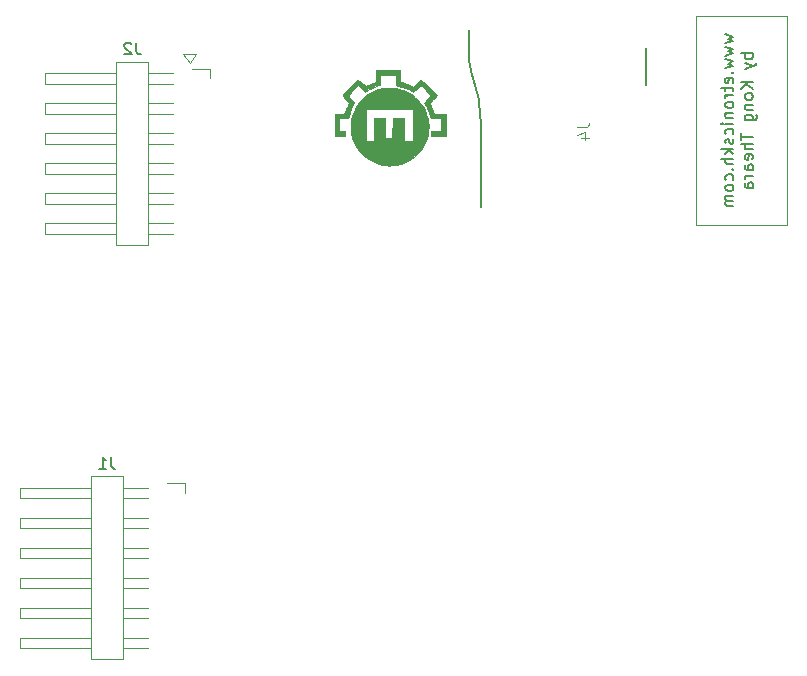
<source format=gbr>
G04 #@! TF.GenerationSoftware,KiCad,Pcbnew,(5.1.6)-1*
G04 #@! TF.CreationDate,2021-01-22T22:35:21+07:00*
G04 #@! TF.ProjectId,penelize-esp-led-strip,70656e65-6c69-47a6-952d-6573702d6c65,rev?*
G04 #@! TF.SameCoordinates,Original*
G04 #@! TF.FileFunction,Legend,Bot*
G04 #@! TF.FilePolarity,Positive*
%FSLAX46Y46*%
G04 Gerber Fmt 4.6, Leading zero omitted, Abs format (unit mm)*
G04 Created by KiCad (PCBNEW (5.1.6)-1) date 2021-01-22 22:35:21*
%MOMM*%
%LPD*%
G01*
G04 APERTURE LIST*
%ADD10C,0.120000*%
%ADD11C,0.150000*%
%ADD12C,0.010000*%
%ADD13C,0.127000*%
%ADD14C,0.015000*%
G04 APERTURE END LIST*
D10*
X99450000Y-58500000D02*
X98400000Y-58500000D01*
X98950000Y-59300000D02*
X99450000Y-58500000D01*
X98400000Y-58500000D02*
X98950000Y-59300000D01*
X141800000Y-73000000D02*
X141800000Y-55300000D01*
X149550000Y-73000000D02*
X141800000Y-73000000D01*
X149550000Y-55300000D02*
X149550000Y-73000000D01*
X141800000Y-55300000D02*
X149550000Y-55300000D01*
D11*
X144310714Y-56840476D02*
X144977380Y-57030952D01*
X144501190Y-57221428D01*
X144977380Y-57411904D01*
X144310714Y-57602380D01*
X144310714Y-57888095D02*
X144977380Y-58078571D01*
X144501190Y-58269047D01*
X144977380Y-58459523D01*
X144310714Y-58650000D01*
X144310714Y-58935714D02*
X144977380Y-59126190D01*
X144501190Y-59316666D01*
X144977380Y-59507142D01*
X144310714Y-59697619D01*
X144882142Y-60078571D02*
X144929761Y-60126190D01*
X144977380Y-60078571D01*
X144929761Y-60030952D01*
X144882142Y-60078571D01*
X144977380Y-60078571D01*
X144929761Y-60935714D02*
X144977380Y-60840476D01*
X144977380Y-60650000D01*
X144929761Y-60554761D01*
X144834523Y-60507142D01*
X144453571Y-60507142D01*
X144358333Y-60554761D01*
X144310714Y-60650000D01*
X144310714Y-60840476D01*
X144358333Y-60935714D01*
X144453571Y-60983333D01*
X144548809Y-60983333D01*
X144644047Y-60507142D01*
X144310714Y-61269047D02*
X144310714Y-61650000D01*
X143977380Y-61411904D02*
X144834523Y-61411904D01*
X144929761Y-61459523D01*
X144977380Y-61554761D01*
X144977380Y-61650000D01*
X144977380Y-61983333D02*
X144310714Y-61983333D01*
X144501190Y-61983333D02*
X144405952Y-62030952D01*
X144358333Y-62078571D01*
X144310714Y-62173809D01*
X144310714Y-62269047D01*
X144977380Y-62745238D02*
X144929761Y-62650000D01*
X144882142Y-62602380D01*
X144786904Y-62554761D01*
X144501190Y-62554761D01*
X144405952Y-62602380D01*
X144358333Y-62650000D01*
X144310714Y-62745238D01*
X144310714Y-62888095D01*
X144358333Y-62983333D01*
X144405952Y-63030952D01*
X144501190Y-63078571D01*
X144786904Y-63078571D01*
X144882142Y-63030952D01*
X144929761Y-62983333D01*
X144977380Y-62888095D01*
X144977380Y-62745238D01*
X144310714Y-63507142D02*
X144977380Y-63507142D01*
X144405952Y-63507142D02*
X144358333Y-63554761D01*
X144310714Y-63650000D01*
X144310714Y-63792857D01*
X144358333Y-63888095D01*
X144453571Y-63935714D01*
X144977380Y-63935714D01*
X144977380Y-64411904D02*
X144310714Y-64411904D01*
X143977380Y-64411904D02*
X144025000Y-64364285D01*
X144072619Y-64411904D01*
X144025000Y-64459523D01*
X143977380Y-64411904D01*
X144072619Y-64411904D01*
X144929761Y-65316666D02*
X144977380Y-65221428D01*
X144977380Y-65030952D01*
X144929761Y-64935714D01*
X144882142Y-64888095D01*
X144786904Y-64840476D01*
X144501190Y-64840476D01*
X144405952Y-64888095D01*
X144358333Y-64935714D01*
X144310714Y-65030952D01*
X144310714Y-65221428D01*
X144358333Y-65316666D01*
X144929761Y-65697619D02*
X144977380Y-65792857D01*
X144977380Y-65983333D01*
X144929761Y-66078571D01*
X144834523Y-66126190D01*
X144786904Y-66126190D01*
X144691666Y-66078571D01*
X144644047Y-65983333D01*
X144644047Y-65840476D01*
X144596428Y-65745238D01*
X144501190Y-65697619D01*
X144453571Y-65697619D01*
X144358333Y-65745238D01*
X144310714Y-65840476D01*
X144310714Y-65983333D01*
X144358333Y-66078571D01*
X144977380Y-66554761D02*
X143977380Y-66554761D01*
X144596428Y-66650000D02*
X144977380Y-66935714D01*
X144310714Y-66935714D02*
X144691666Y-66554761D01*
X144977380Y-67364285D02*
X143977380Y-67364285D01*
X144977380Y-67792857D02*
X144453571Y-67792857D01*
X144358333Y-67745238D01*
X144310714Y-67650000D01*
X144310714Y-67507142D01*
X144358333Y-67411904D01*
X144405952Y-67364285D01*
X144882142Y-68269047D02*
X144929761Y-68316666D01*
X144977380Y-68269047D01*
X144929761Y-68221428D01*
X144882142Y-68269047D01*
X144977380Y-68269047D01*
X144929761Y-69173809D02*
X144977380Y-69078571D01*
X144977380Y-68888095D01*
X144929761Y-68792857D01*
X144882142Y-68745238D01*
X144786904Y-68697619D01*
X144501190Y-68697619D01*
X144405952Y-68745238D01*
X144358333Y-68792857D01*
X144310714Y-68888095D01*
X144310714Y-69078571D01*
X144358333Y-69173809D01*
X144977380Y-69745238D02*
X144929761Y-69650000D01*
X144882142Y-69602380D01*
X144786904Y-69554761D01*
X144501190Y-69554761D01*
X144405952Y-69602380D01*
X144358333Y-69650000D01*
X144310714Y-69745238D01*
X144310714Y-69888095D01*
X144358333Y-69983333D01*
X144405952Y-70030952D01*
X144501190Y-70078571D01*
X144786904Y-70078571D01*
X144882142Y-70030952D01*
X144929761Y-69983333D01*
X144977380Y-69888095D01*
X144977380Y-69745238D01*
X144977380Y-70507142D02*
X144310714Y-70507142D01*
X144405952Y-70507142D02*
X144358333Y-70554761D01*
X144310714Y-70650000D01*
X144310714Y-70792857D01*
X144358333Y-70888095D01*
X144453571Y-70935714D01*
X144977380Y-70935714D01*
X144453571Y-70935714D02*
X144358333Y-70983333D01*
X144310714Y-71078571D01*
X144310714Y-71221428D01*
X144358333Y-71316666D01*
X144453571Y-71364285D01*
X144977380Y-71364285D01*
X146627380Y-58459523D02*
X145627380Y-58459523D01*
X146008333Y-58459523D02*
X145960714Y-58554761D01*
X145960714Y-58745238D01*
X146008333Y-58840476D01*
X146055952Y-58888095D01*
X146151190Y-58935714D01*
X146436904Y-58935714D01*
X146532142Y-58888095D01*
X146579761Y-58840476D01*
X146627380Y-58745238D01*
X146627380Y-58554761D01*
X146579761Y-58459523D01*
X145960714Y-59269047D02*
X146627380Y-59507142D01*
X145960714Y-59745238D02*
X146627380Y-59507142D01*
X146865476Y-59411904D01*
X146913095Y-59364285D01*
X146960714Y-59269047D01*
X146627380Y-60888095D02*
X145627380Y-60888095D01*
X146627380Y-61459523D02*
X146055952Y-61030952D01*
X145627380Y-61459523D02*
X146198809Y-60888095D01*
X146627380Y-62030952D02*
X146579761Y-61935714D01*
X146532142Y-61888095D01*
X146436904Y-61840476D01*
X146151190Y-61840476D01*
X146055952Y-61888095D01*
X146008333Y-61935714D01*
X145960714Y-62030952D01*
X145960714Y-62173809D01*
X146008333Y-62269047D01*
X146055952Y-62316666D01*
X146151190Y-62364285D01*
X146436904Y-62364285D01*
X146532142Y-62316666D01*
X146579761Y-62269047D01*
X146627380Y-62173809D01*
X146627380Y-62030952D01*
X145960714Y-62792857D02*
X146627380Y-62792857D01*
X146055952Y-62792857D02*
X146008333Y-62840476D01*
X145960714Y-62935714D01*
X145960714Y-63078571D01*
X146008333Y-63173809D01*
X146103571Y-63221428D01*
X146627380Y-63221428D01*
X145960714Y-64126190D02*
X146770238Y-64126190D01*
X146865476Y-64078571D01*
X146913095Y-64030952D01*
X146960714Y-63935714D01*
X146960714Y-63792857D01*
X146913095Y-63697619D01*
X146579761Y-64126190D02*
X146627380Y-64030952D01*
X146627380Y-63840476D01*
X146579761Y-63745238D01*
X146532142Y-63697619D01*
X146436904Y-63650000D01*
X146151190Y-63650000D01*
X146055952Y-63697619D01*
X146008333Y-63745238D01*
X145960714Y-63840476D01*
X145960714Y-64030952D01*
X146008333Y-64126190D01*
X145627380Y-65221428D02*
X145627380Y-65792857D01*
X146627380Y-65507142D02*
X145627380Y-65507142D01*
X146627380Y-66126190D02*
X145627380Y-66126190D01*
X146627380Y-66554761D02*
X146103571Y-66554761D01*
X146008333Y-66507142D01*
X145960714Y-66411904D01*
X145960714Y-66269047D01*
X146008333Y-66173809D01*
X146055952Y-66126190D01*
X146579761Y-67411904D02*
X146627380Y-67316666D01*
X146627380Y-67126190D01*
X146579761Y-67030952D01*
X146484523Y-66983333D01*
X146103571Y-66983333D01*
X146008333Y-67030952D01*
X145960714Y-67126190D01*
X145960714Y-67316666D01*
X146008333Y-67411904D01*
X146103571Y-67459523D01*
X146198809Y-67459523D01*
X146294047Y-66983333D01*
X146627380Y-68316666D02*
X146103571Y-68316666D01*
X146008333Y-68269047D01*
X145960714Y-68173809D01*
X145960714Y-67983333D01*
X146008333Y-67888095D01*
X146579761Y-68316666D02*
X146627380Y-68221428D01*
X146627380Y-67983333D01*
X146579761Y-67888095D01*
X146484523Y-67840476D01*
X146389285Y-67840476D01*
X146294047Y-67888095D01*
X146246428Y-67983333D01*
X146246428Y-68221428D01*
X146198809Y-68316666D01*
X146627380Y-68792857D02*
X145960714Y-68792857D01*
X146151190Y-68792857D02*
X146055952Y-68840476D01*
X146008333Y-68888095D01*
X145960714Y-68983333D01*
X145960714Y-69078571D01*
X146627380Y-69840476D02*
X146103571Y-69840476D01*
X146008333Y-69792857D01*
X145960714Y-69697619D01*
X145960714Y-69507142D01*
X146008333Y-69411904D01*
X146579761Y-69840476D02*
X146627380Y-69745238D01*
X146627380Y-69507142D01*
X146579761Y-69411904D01*
X146484523Y-69364285D01*
X146389285Y-69364285D01*
X146294047Y-69411904D01*
X146246428Y-69507142D01*
X146246428Y-69745238D01*
X146198809Y-69840476D01*
D10*
G04 #@! TO.C,J1*
X98570000Y-94830000D02*
X97000000Y-94830000D01*
X98570000Y-95650000D02*
X98570000Y-94830000D01*
X84580000Y-108790000D02*
X90580000Y-108790000D01*
X84580000Y-107910000D02*
X84580000Y-108790000D01*
X90580000Y-107910000D02*
X84580000Y-107910000D01*
X95430000Y-108790000D02*
X93320000Y-108790000D01*
X95430000Y-107910000D02*
X93320000Y-107910000D01*
X84580000Y-106250000D02*
X90580000Y-106250000D01*
X84580000Y-105370000D02*
X84580000Y-106250000D01*
X90580000Y-105370000D02*
X84580000Y-105370000D01*
X95430000Y-106250000D02*
X93320000Y-106250000D01*
X95430000Y-105370000D02*
X93320000Y-105370000D01*
X84580000Y-103710000D02*
X90580000Y-103710000D01*
X84580000Y-102830000D02*
X84580000Y-103710000D01*
X90580000Y-102830000D02*
X84580000Y-102830000D01*
X95430000Y-103710000D02*
X93320000Y-103710000D01*
X95430000Y-102830000D02*
X93320000Y-102830000D01*
X84580000Y-101170000D02*
X90580000Y-101170000D01*
X84580000Y-100290000D02*
X84580000Y-101170000D01*
X90580000Y-100290000D02*
X84580000Y-100290000D01*
X95430000Y-101170000D02*
X93320000Y-101170000D01*
X95430000Y-100290000D02*
X93320000Y-100290000D01*
X84580000Y-98630000D02*
X90580000Y-98630000D01*
X84580000Y-97750000D02*
X84580000Y-98630000D01*
X90580000Y-97750000D02*
X84580000Y-97750000D01*
X95430000Y-98630000D02*
X93320000Y-98630000D01*
X95430000Y-97750000D02*
X93320000Y-97750000D01*
X84580000Y-96090000D02*
X90580000Y-96090000D01*
X84580000Y-95210000D02*
X84580000Y-96090000D01*
X90580000Y-95210000D02*
X84580000Y-95210000D01*
X95430000Y-96090000D02*
X93320000Y-96090000D01*
X95430000Y-95210000D02*
X93320000Y-95210000D01*
X93320000Y-109740000D02*
X93320000Y-94260000D01*
X90580000Y-109740000D02*
X93320000Y-109740000D01*
X90580000Y-94260000D02*
X90580000Y-109740000D01*
X93320000Y-94260000D02*
X90580000Y-94260000D01*
D12*
G04 #@! TO.C,G\u002A\u002A\u002A*
G36*
X112140000Y-65416000D02*
G01*
X112140000Y-65046545D01*
X111585818Y-65046545D01*
X111585818Y-63944860D01*
X111741682Y-63930139D01*
X111836931Y-63923493D01*
X111957628Y-63918366D01*
X112083044Y-63915554D01*
X112130005Y-63915255D01*
X112362465Y-63915091D01*
X112404188Y-63736136D01*
X112504681Y-63378059D01*
X112630690Y-63057237D01*
X112782884Y-62771997D01*
X112802282Y-62741108D01*
X112844784Y-62670594D01*
X112863236Y-62625856D01*
X112861073Y-62595553D01*
X112851221Y-62579472D01*
X112826162Y-62548285D01*
X112777972Y-62489120D01*
X112712902Y-62409626D01*
X112637206Y-62317451D01*
X112612300Y-62287182D01*
X112535955Y-62193970D01*
X112469756Y-62112262D01*
X112419487Y-62049262D01*
X112390930Y-62012173D01*
X112387193Y-62006743D01*
X112398551Y-61983030D01*
X112441258Y-61931253D01*
X112512487Y-61854409D01*
X112609410Y-61755495D01*
X112729202Y-61637509D01*
X112797768Y-61571363D01*
X113224355Y-61162421D01*
X113807753Y-61682127D01*
X114145740Y-61507396D01*
X114449409Y-61361765D01*
X114735332Y-61247586D01*
X114997500Y-61167203D01*
X115095636Y-61142402D01*
X115095636Y-60243636D01*
X116387730Y-60243636D01*
X116394001Y-60686065D01*
X116400273Y-61128493D01*
X116617438Y-61183099D01*
X116906626Y-61265354D01*
X117184402Y-61362789D01*
X117439902Y-61471134D01*
X117662263Y-61586117D01*
X117701496Y-61609349D01*
X117773804Y-61652331D01*
X117829763Y-61683917D01*
X117858688Y-61698106D01*
X117860013Y-61698364D01*
X117881008Y-61684650D01*
X117931956Y-61646599D01*
X118006843Y-61588839D01*
X118099655Y-61516002D01*
X118189818Y-61444364D01*
X118294245Y-61362007D01*
X118387085Y-61290792D01*
X118462042Y-61235387D01*
X118512821Y-61200461D01*
X118532292Y-61190364D01*
X118555103Y-61205848D01*
X118604861Y-61248721D01*
X118676033Y-61313608D01*
X118763086Y-61395137D01*
X118860490Y-61487935D01*
X118962712Y-61586629D01*
X119064220Y-61685846D01*
X119159483Y-61780214D01*
X119242968Y-61864358D01*
X119309143Y-61932908D01*
X119352477Y-61980489D01*
X119367454Y-62001515D01*
X119352336Y-62024259D01*
X119310404Y-62074524D01*
X119246793Y-62146481D01*
X119166639Y-62234302D01*
X119090364Y-62315982D01*
X119000377Y-62412241D01*
X118922595Y-62497055D01*
X118862136Y-62564710D01*
X118824119Y-62609491D01*
X118813273Y-62625272D01*
X118824301Y-62650476D01*
X118854056Y-62706172D01*
X118897543Y-62783227D01*
X118933142Y-62844412D01*
X119043478Y-63051350D01*
X119146313Y-63280702D01*
X119233865Y-63513570D01*
X119298353Y-63731057D01*
X119298532Y-63731782D01*
X119349532Y-63938182D01*
X120268000Y-63938182D01*
X120268000Y-65046545D01*
X119344364Y-65046545D01*
X119344364Y-65416000D01*
X120637454Y-65416000D01*
X120637454Y-63568727D01*
X120135227Y-63568179D01*
X119633000Y-63567630D01*
X119568579Y-63365756D01*
X119529621Y-63255423D01*
X119477711Y-63124330D01*
X119421081Y-62992757D01*
X119389625Y-62924859D01*
X119344245Y-62828871D01*
X119307366Y-62748421D01*
X119283002Y-62692432D01*
X119275091Y-62670241D01*
X119290144Y-62649347D01*
X119332111Y-62600237D01*
X119396204Y-62528274D01*
X119477636Y-62438825D01*
X119571618Y-62337253D01*
X119586488Y-62321317D01*
X119698243Y-62200321D01*
X119780001Y-62108329D01*
X119834545Y-62041818D01*
X119864658Y-61997262D01*
X119873125Y-61971137D01*
X119869352Y-61963159D01*
X119847007Y-61941855D01*
X119795551Y-61891775D01*
X119718730Y-61816598D01*
X119620290Y-61720000D01*
X119503976Y-61605657D01*
X119373536Y-61477246D01*
X119232716Y-61338445D01*
X119203774Y-61309898D01*
X118566730Y-60681468D01*
X117839114Y-61254456D01*
X117627694Y-61156235D01*
X117390450Y-61053920D01*
X117131108Y-60955801D01*
X116890954Y-60876247D01*
X116758182Y-60835566D01*
X116758182Y-59874182D01*
X114726182Y-59874182D01*
X114726182Y-60860771D01*
X114519995Y-60934526D01*
X114404830Y-60979116D01*
X114271000Y-61036070D01*
X114140507Y-61095865D01*
X114088314Y-61121373D01*
X113862818Y-61234466D01*
X113746091Y-61134439D01*
X113680000Y-61077198D01*
X113592140Y-61000267D01*
X113495156Y-60914752D01*
X113421563Y-60849460D01*
X113213762Y-60664509D01*
X113132926Y-60729636D01*
X113098001Y-60760956D01*
X113034881Y-60820857D01*
X112947881Y-60905115D01*
X112841314Y-61009508D01*
X112719493Y-61129812D01*
X112586732Y-61261805D01*
X112464505Y-61384046D01*
X112310359Y-61538878D01*
X112186074Y-61664518D01*
X112088726Y-61764303D01*
X112015395Y-61841569D01*
X111963159Y-61899653D01*
X111929095Y-61941892D01*
X111910282Y-61971622D01*
X111903798Y-61992180D01*
X111906721Y-62006903D01*
X111912176Y-62014801D01*
X112027406Y-62151249D01*
X112134492Y-62279778D01*
X112229690Y-62395750D01*
X112309259Y-62494525D01*
X112369456Y-62571466D01*
X112406539Y-62621935D01*
X112417091Y-62640580D01*
X112407791Y-62669290D01*
X112382689Y-62729817D01*
X112345980Y-62812348D01*
X112315285Y-62878681D01*
X112260112Y-63003814D01*
X112202688Y-63146526D01*
X112153087Y-63281456D01*
X112140735Y-63318165D01*
X112103951Y-63425021D01*
X112074511Y-63494729D01*
X112048440Y-63534912D01*
X112021757Y-63553193D01*
X112017404Y-63554531D01*
X111977739Y-63559162D01*
X111901001Y-63563154D01*
X111796300Y-63566210D01*
X111672745Y-63568032D01*
X111591591Y-63568412D01*
X111216364Y-63568727D01*
X111216364Y-65416000D01*
X112140000Y-65416000D01*
G37*
X112140000Y-65416000D02*
X112140000Y-65046545D01*
X111585818Y-65046545D01*
X111585818Y-63944860D01*
X111741682Y-63930139D01*
X111836931Y-63923493D01*
X111957628Y-63918366D01*
X112083044Y-63915554D01*
X112130005Y-63915255D01*
X112362465Y-63915091D01*
X112404188Y-63736136D01*
X112504681Y-63378059D01*
X112630690Y-63057237D01*
X112782884Y-62771997D01*
X112802282Y-62741108D01*
X112844784Y-62670594D01*
X112863236Y-62625856D01*
X112861073Y-62595553D01*
X112851221Y-62579472D01*
X112826162Y-62548285D01*
X112777972Y-62489120D01*
X112712902Y-62409626D01*
X112637206Y-62317451D01*
X112612300Y-62287182D01*
X112535955Y-62193970D01*
X112469756Y-62112262D01*
X112419487Y-62049262D01*
X112390930Y-62012173D01*
X112387193Y-62006743D01*
X112398551Y-61983030D01*
X112441258Y-61931253D01*
X112512487Y-61854409D01*
X112609410Y-61755495D01*
X112729202Y-61637509D01*
X112797768Y-61571363D01*
X113224355Y-61162421D01*
X113807753Y-61682127D01*
X114145740Y-61507396D01*
X114449409Y-61361765D01*
X114735332Y-61247586D01*
X114997500Y-61167203D01*
X115095636Y-61142402D01*
X115095636Y-60243636D01*
X116387730Y-60243636D01*
X116394001Y-60686065D01*
X116400273Y-61128493D01*
X116617438Y-61183099D01*
X116906626Y-61265354D01*
X117184402Y-61362789D01*
X117439902Y-61471134D01*
X117662263Y-61586117D01*
X117701496Y-61609349D01*
X117773804Y-61652331D01*
X117829763Y-61683917D01*
X117858688Y-61698106D01*
X117860013Y-61698364D01*
X117881008Y-61684650D01*
X117931956Y-61646599D01*
X118006843Y-61588839D01*
X118099655Y-61516002D01*
X118189818Y-61444364D01*
X118294245Y-61362007D01*
X118387085Y-61290792D01*
X118462042Y-61235387D01*
X118512821Y-61200461D01*
X118532292Y-61190364D01*
X118555103Y-61205848D01*
X118604861Y-61248721D01*
X118676033Y-61313608D01*
X118763086Y-61395137D01*
X118860490Y-61487935D01*
X118962712Y-61586629D01*
X119064220Y-61685846D01*
X119159483Y-61780214D01*
X119242968Y-61864358D01*
X119309143Y-61932908D01*
X119352477Y-61980489D01*
X119367454Y-62001515D01*
X119352336Y-62024259D01*
X119310404Y-62074524D01*
X119246793Y-62146481D01*
X119166639Y-62234302D01*
X119090364Y-62315982D01*
X119000377Y-62412241D01*
X118922595Y-62497055D01*
X118862136Y-62564710D01*
X118824119Y-62609491D01*
X118813273Y-62625272D01*
X118824301Y-62650476D01*
X118854056Y-62706172D01*
X118897543Y-62783227D01*
X118933142Y-62844412D01*
X119043478Y-63051350D01*
X119146313Y-63280702D01*
X119233865Y-63513570D01*
X119298353Y-63731057D01*
X119298532Y-63731782D01*
X119349532Y-63938182D01*
X120268000Y-63938182D01*
X120268000Y-65046545D01*
X119344364Y-65046545D01*
X119344364Y-65416000D01*
X120637454Y-65416000D01*
X120637454Y-63568727D01*
X120135227Y-63568179D01*
X119633000Y-63567630D01*
X119568579Y-63365756D01*
X119529621Y-63255423D01*
X119477711Y-63124330D01*
X119421081Y-62992757D01*
X119389625Y-62924859D01*
X119344245Y-62828871D01*
X119307366Y-62748421D01*
X119283002Y-62692432D01*
X119275091Y-62670241D01*
X119290144Y-62649347D01*
X119332111Y-62600237D01*
X119396204Y-62528274D01*
X119477636Y-62438825D01*
X119571618Y-62337253D01*
X119586488Y-62321317D01*
X119698243Y-62200321D01*
X119780001Y-62108329D01*
X119834545Y-62041818D01*
X119864658Y-61997262D01*
X119873125Y-61971137D01*
X119869352Y-61963159D01*
X119847007Y-61941855D01*
X119795551Y-61891775D01*
X119718730Y-61816598D01*
X119620290Y-61720000D01*
X119503976Y-61605657D01*
X119373536Y-61477246D01*
X119232716Y-61338445D01*
X119203774Y-61309898D01*
X118566730Y-60681468D01*
X117839114Y-61254456D01*
X117627694Y-61156235D01*
X117390450Y-61053920D01*
X117131108Y-60955801D01*
X116890954Y-60876247D01*
X116758182Y-60835566D01*
X116758182Y-59874182D01*
X114726182Y-59874182D01*
X114726182Y-60860771D01*
X114519995Y-60934526D01*
X114404830Y-60979116D01*
X114271000Y-61036070D01*
X114140507Y-61095865D01*
X114088314Y-61121373D01*
X113862818Y-61234466D01*
X113746091Y-61134439D01*
X113680000Y-61077198D01*
X113592140Y-61000267D01*
X113495156Y-60914752D01*
X113421563Y-60849460D01*
X113213762Y-60664509D01*
X113132926Y-60729636D01*
X113098001Y-60760956D01*
X113034881Y-60820857D01*
X112947881Y-60905115D01*
X112841314Y-61009508D01*
X112719493Y-61129812D01*
X112586732Y-61261805D01*
X112464505Y-61384046D01*
X112310359Y-61538878D01*
X112186074Y-61664518D01*
X112088726Y-61764303D01*
X112015395Y-61841569D01*
X111963159Y-61899653D01*
X111929095Y-61941892D01*
X111910282Y-61971622D01*
X111903798Y-61992180D01*
X111906721Y-62006903D01*
X111912176Y-62014801D01*
X112027406Y-62151249D01*
X112134492Y-62279778D01*
X112229690Y-62395750D01*
X112309259Y-62494525D01*
X112369456Y-62571466D01*
X112406539Y-62621935D01*
X112417091Y-62640580D01*
X112407791Y-62669290D01*
X112382689Y-62729817D01*
X112345980Y-62812348D01*
X112315285Y-62878681D01*
X112260112Y-63003814D01*
X112202688Y-63146526D01*
X112153087Y-63281456D01*
X112140735Y-63318165D01*
X112103951Y-63425021D01*
X112074511Y-63494729D01*
X112048440Y-63534912D01*
X112021757Y-63553193D01*
X112017404Y-63554531D01*
X111977739Y-63559162D01*
X111901001Y-63563154D01*
X111796300Y-63566210D01*
X111672745Y-63568032D01*
X111591591Y-63568412D01*
X111216364Y-63568727D01*
X111216364Y-65416000D01*
X112140000Y-65416000D01*
G36*
X112596040Y-64847953D02*
G01*
X112608627Y-65040027D01*
X112629945Y-65203304D01*
X112632988Y-65219727D01*
X112729889Y-65608982D01*
X112866850Y-65976341D01*
X112949636Y-66150670D01*
X113146222Y-66486304D01*
X113377255Y-66792254D01*
X113640451Y-67066829D01*
X113933527Y-67308340D01*
X114254200Y-67515095D01*
X114600185Y-67685404D01*
X114969199Y-67817577D01*
X115315000Y-67901739D01*
X115473969Y-67924071D01*
X115663459Y-67937673D01*
X115868639Y-67942545D01*
X116074681Y-67938687D01*
X116266754Y-67926100D01*
X116430031Y-67904782D01*
X116446454Y-67901739D01*
X116835709Y-67804838D01*
X117203069Y-67667877D01*
X117377397Y-67585091D01*
X117711646Y-67389102D01*
X118017277Y-67158141D01*
X118292129Y-66895087D01*
X118534040Y-66602821D01*
X118740846Y-66284225D01*
X118910387Y-65942178D01*
X119040499Y-65579561D01*
X119116355Y-65268363D01*
X119135070Y-65149299D01*
X119151092Y-65004851D01*
X119163665Y-64847770D01*
X119172038Y-64690809D01*
X119175456Y-64546716D01*
X119173168Y-64428244D01*
X119169003Y-64376909D01*
X119102079Y-63974390D01*
X118999949Y-63600480D01*
X118861408Y-63252535D01*
X118685250Y-62927911D01*
X118470268Y-62623964D01*
X118260243Y-62384199D01*
X117972244Y-62115077D01*
X117820364Y-62002969D01*
X117820364Y-63129742D01*
X117820364Y-65900909D01*
X117127636Y-65900909D01*
X117127636Y-63938182D01*
X116135310Y-63938182D01*
X116123182Y-65589182D01*
X115488182Y-65602030D01*
X115488182Y-63938182D01*
X114565058Y-63938182D01*
X114553000Y-65843182D01*
X113860273Y-65843182D01*
X113860273Y-63141545D01*
X115840318Y-63135644D01*
X117820364Y-63129742D01*
X117820364Y-62002969D01*
X117662318Y-61886309D01*
X117329517Y-61697385D01*
X116972893Y-61547793D01*
X116591497Y-61437021D01*
X116446454Y-61406261D01*
X116287485Y-61383929D01*
X116097995Y-61370326D01*
X115892815Y-61365454D01*
X115686774Y-61369312D01*
X115494700Y-61381900D01*
X115331423Y-61403218D01*
X115315000Y-61406261D01*
X114925745Y-61503162D01*
X114558386Y-61640123D01*
X114384057Y-61722909D01*
X114048423Y-61919495D01*
X113742473Y-62150528D01*
X113467898Y-62413724D01*
X113226387Y-62706800D01*
X113019632Y-63027473D01*
X112849323Y-63373458D01*
X112717150Y-63742472D01*
X112632988Y-64088273D01*
X112610656Y-64247242D01*
X112597054Y-64436732D01*
X112592182Y-64641912D01*
X112596040Y-64847953D01*
G37*
X112596040Y-64847953D02*
X112608627Y-65040027D01*
X112629945Y-65203304D01*
X112632988Y-65219727D01*
X112729889Y-65608982D01*
X112866850Y-65976341D01*
X112949636Y-66150670D01*
X113146222Y-66486304D01*
X113377255Y-66792254D01*
X113640451Y-67066829D01*
X113933527Y-67308340D01*
X114254200Y-67515095D01*
X114600185Y-67685404D01*
X114969199Y-67817577D01*
X115315000Y-67901739D01*
X115473969Y-67924071D01*
X115663459Y-67937673D01*
X115868639Y-67942545D01*
X116074681Y-67938687D01*
X116266754Y-67926100D01*
X116430031Y-67904782D01*
X116446454Y-67901739D01*
X116835709Y-67804838D01*
X117203069Y-67667877D01*
X117377397Y-67585091D01*
X117711646Y-67389102D01*
X118017277Y-67158141D01*
X118292129Y-66895087D01*
X118534040Y-66602821D01*
X118740846Y-66284225D01*
X118910387Y-65942178D01*
X119040499Y-65579561D01*
X119116355Y-65268363D01*
X119135070Y-65149299D01*
X119151092Y-65004851D01*
X119163665Y-64847770D01*
X119172038Y-64690809D01*
X119175456Y-64546716D01*
X119173168Y-64428244D01*
X119169003Y-64376909D01*
X119102079Y-63974390D01*
X118999949Y-63600480D01*
X118861408Y-63252535D01*
X118685250Y-62927911D01*
X118470268Y-62623964D01*
X118260243Y-62384199D01*
X117972244Y-62115077D01*
X117820364Y-62002969D01*
X117820364Y-63129742D01*
X117820364Y-65900909D01*
X117127636Y-65900909D01*
X117127636Y-63938182D01*
X116135310Y-63938182D01*
X116123182Y-65589182D01*
X115488182Y-65602030D01*
X115488182Y-63938182D01*
X114565058Y-63938182D01*
X114553000Y-65843182D01*
X113860273Y-65843182D01*
X113860273Y-63141545D01*
X115840318Y-63135644D01*
X117820364Y-63129742D01*
X117820364Y-62002969D01*
X117662318Y-61886309D01*
X117329517Y-61697385D01*
X116972893Y-61547793D01*
X116591497Y-61437021D01*
X116446454Y-61406261D01*
X116287485Y-61383929D01*
X116097995Y-61370326D01*
X115892815Y-61365454D01*
X115686774Y-61369312D01*
X115494700Y-61381900D01*
X115331423Y-61403218D01*
X115315000Y-61406261D01*
X114925745Y-61503162D01*
X114558386Y-61640123D01*
X114384057Y-61722909D01*
X114048423Y-61919495D01*
X113742473Y-62150528D01*
X113467898Y-62413724D01*
X113226387Y-62706800D01*
X113019632Y-63027473D01*
X112849323Y-63373458D01*
X112717150Y-63742472D01*
X112632988Y-64088273D01*
X112610656Y-64247242D01*
X112597054Y-64436732D01*
X112592182Y-64641912D01*
X112596040Y-64847953D01*
D13*
G04 #@! TO.C,J4*
X137591520Y-58017080D02*
X137591520Y-61117080D01*
X123621520Y-64540180D02*
X123621520Y-71474080D01*
X122605520Y-56488080D02*
X122605520Y-59019180D01*
X122605520Y-59019180D02*
G75*
G03*
X122789520Y-60019080I2808602J-45D01*
G01*
X122789520Y-60019080D02*
G75*
G02*
X123621520Y-64540180I-11867982J-4521122D01*
G01*
D10*
G04 #@! TO.C,J2*
X100703880Y-59739640D02*
X99133880Y-59739640D01*
X100703880Y-60559640D02*
X100703880Y-59739640D01*
X86713880Y-73699640D02*
X92713880Y-73699640D01*
X86713880Y-72819640D02*
X86713880Y-73699640D01*
X92713880Y-72819640D02*
X86713880Y-72819640D01*
X97563880Y-73699640D02*
X95453880Y-73699640D01*
X97563880Y-72819640D02*
X95453880Y-72819640D01*
X86713880Y-71159640D02*
X92713880Y-71159640D01*
X86713880Y-70279640D02*
X86713880Y-71159640D01*
X92713880Y-70279640D02*
X86713880Y-70279640D01*
X97563880Y-71159640D02*
X95453880Y-71159640D01*
X97563880Y-70279640D02*
X95453880Y-70279640D01*
X86713880Y-68619640D02*
X92713880Y-68619640D01*
X86713880Y-67739640D02*
X86713880Y-68619640D01*
X92713880Y-67739640D02*
X86713880Y-67739640D01*
X97563880Y-68619640D02*
X95453880Y-68619640D01*
X97563880Y-67739640D02*
X95453880Y-67739640D01*
X86713880Y-66079640D02*
X92713880Y-66079640D01*
X86713880Y-65199640D02*
X86713880Y-66079640D01*
X92713880Y-65199640D02*
X86713880Y-65199640D01*
X97563880Y-66079640D02*
X95453880Y-66079640D01*
X97563880Y-65199640D02*
X95453880Y-65199640D01*
X86713880Y-63539640D02*
X92713880Y-63539640D01*
X86713880Y-62659640D02*
X86713880Y-63539640D01*
X92713880Y-62659640D02*
X86713880Y-62659640D01*
X97563880Y-63539640D02*
X95453880Y-63539640D01*
X97563880Y-62659640D02*
X95453880Y-62659640D01*
X86713880Y-60999640D02*
X92713880Y-60999640D01*
X86713880Y-60119640D02*
X86713880Y-60999640D01*
X92713880Y-60119640D02*
X86713880Y-60119640D01*
X97563880Y-60999640D02*
X95453880Y-60999640D01*
X97563880Y-60119640D02*
X95453880Y-60119640D01*
X95453880Y-74649640D02*
X95453880Y-59169640D01*
X92713880Y-74649640D02*
X95453880Y-74649640D01*
X92713880Y-59169640D02*
X92713880Y-74649640D01*
X95453880Y-59169640D02*
X92713880Y-59169640D01*
G04 #@! TO.C,J1*
D11*
X92288333Y-92632380D02*
X92288333Y-93346666D01*
X92335952Y-93489523D01*
X92431190Y-93584761D01*
X92574047Y-93632380D01*
X92669285Y-93632380D01*
X91288333Y-93632380D02*
X91859761Y-93632380D01*
X91574047Y-93632380D02*
X91574047Y-92632380D01*
X91669285Y-92775238D01*
X91764523Y-92870476D01*
X91859761Y-92918095D01*
G04 #@! TO.C,J4*
D14*
X131752104Y-64716498D02*
X132466750Y-64716498D01*
X132609679Y-64668855D01*
X132704965Y-64573569D01*
X132752608Y-64430640D01*
X132752608Y-64335354D01*
X132085606Y-65621716D02*
X132752608Y-65621716D01*
X131704461Y-65383501D02*
X132419107Y-65145286D01*
X132419107Y-65764645D01*
G04 #@! TO.C,J2*
D11*
X94422213Y-57542020D02*
X94422213Y-58256306D01*
X94469832Y-58399163D01*
X94565070Y-58494401D01*
X94707927Y-58542020D01*
X94803165Y-58542020D01*
X93993641Y-57637259D02*
X93946022Y-57589640D01*
X93850784Y-57542020D01*
X93612689Y-57542020D01*
X93517451Y-57589640D01*
X93469832Y-57637259D01*
X93422213Y-57732497D01*
X93422213Y-57827735D01*
X93469832Y-57970592D01*
X94041260Y-58542020D01*
X93422213Y-58542020D01*
G04 #@! TD*
M02*

</source>
